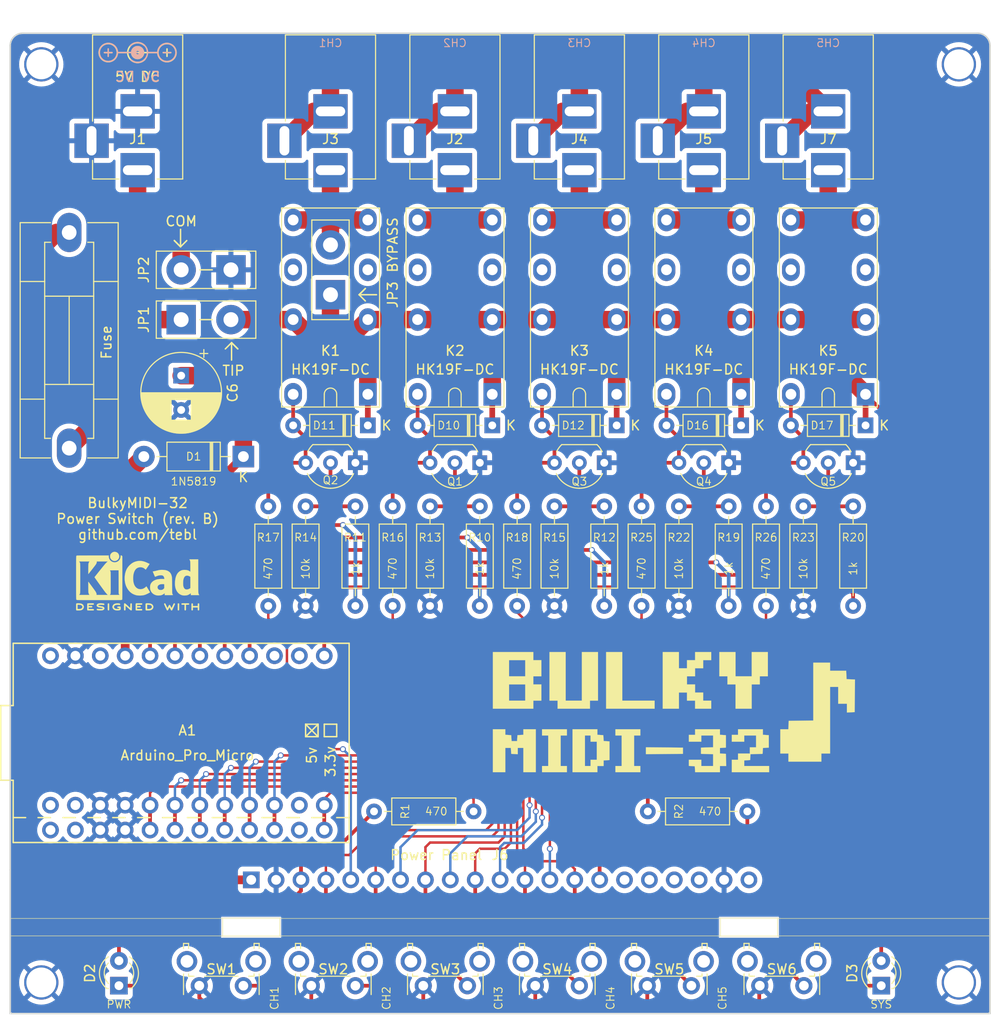
<source format=kicad_pcb>
(kicad_pcb (version 20240108) (generator "pcbnew") (generator_version "8.0")
  (layers (0 "F.Cu" signal) (31 "B.Cu" signal) (34 "B.Paste" user) (35 "F.Paste" user) (36 "B.SilkS" user "B.Silkscreen") (37 "F.SilkS" user "F.Silkscreen") (38 "B.Mask" user) (39 "F.Mask" user) (44 "Edge.Cuts" user))
  (net 0 "")
  (net 1 "GND")
  (net 2 "+5V")
  (net 5 "Net-(A1-D9)")
  (net 10 "/LED1")
  (net 11 "/LED2")
  (net 12 "/LED3")
  (net 13 "/LED4")
  (net 14 "/LED5")
  (net 18 "Net-(A1-D10)")
  (net 20 "Net-(D10-A)")
  (net 21 "Net-(D11-A)")
  (net 22 "Net-(D12-A)")
  (net 23 "VIN")
  (net 24 "PWR")
  (net 25 "/SW1")
  (net 26 "/SW2")
  (net 27 "/SW3")
  (net 28 "/SW4")
  (net 29 "/SW5")
  (net 30 "Net-(D16-A)")
  (net 31 "Net-(D17-A)")
  (net 32 "/SW6")
  (net 33 "Net-(K2-NO_1)")
  (net 34 "Net-(K3-NO_1)")
  (net 35 "/CH5")
  (net 36 "/CH4")
  (net 37 "/CH3")
  (net 38 "/CH2")
  (net 39 "/CH1")
  (net 40 "SYS")
  (net 41 "Net-(K4-NO_1)")
  (net 47 "Net-(K5-NO_1)")
  (net 58 "Net-(Q1-B)")
  (net 59 "Net-(Q2-B)")
  (net 60 "Net-(Q3-B)")
  (net 61 "Net-(Q4-B)")
  (net 62 "Net-(Q5-B)")
  (net 63 "DC_COM")
  (net 64 "DC_TIP")
  (net 65 "Net-(JP3-B)")
  (net 66 "Net-(D1-A)")
  (footprint "mounting:M3_pin" (layer "F.Cu") (at 73.355 151.435)
    (property "Reference" "M1" (hide yes))
    (property "Value" "Mounting" (hide yes))
  )
  (footprint "mounting:M3_pin" (layer "F.Cu") (at 167.005 57.785)
    (property "Reference" "M3" (hide yes))
    (property "Value" "Mounting" (hide yes))
  )
  (footprint "mounting:M3_pin" (layer "F.Cu") (at 73.355 57.785)
    (property "Reference" "M4" (hide yes))
    (property "Value" "Mounting" (hide yes))
  )
  (footprint "BulkyMIDI-32:PWR_Specification" (layer "F.Cu") (at 83.185 56.515)
    (property "Reference" "SYM1" (hide yes))
    (property "Value" "DC_5V")
  )
  (footprint "Symbols:KiCad-Logo2_6mm_SilkScreen" (layer "F.Cu") (at 83.185 110.49)
    (property "Reference" "REF***" (hide yes))
    (property "Value" "KiCad-Logo2_6mm_SilkScreen" (hide yes))
  )
  (footprint "mounting:M3_pin" (layer "F.Cu") (at 167.005 151.435)
    (property "Reference" "M2" (hide yes))
    (property "Value" "Mounting" (hide yes))
  )
  (footprint "Button_Switch_THT:SW_Tactile_SPST_Angled_PTS645Vx39-2LFS" (layer "F.Cu") (at 93.98 151.77 180)
    (property "Reference" "SW1")
    (property "Value" "CH1")
  )
  (footprint "Button_Switch_THT:SW_Tactile_SPST_Angled_PTS645Vx39-2LFS" (layer "F.Cu") (at 105.41 151.77 180)
    (property "Reference" "SW2")
    (property "Value" "CH2")
  )
  (footprint "Button_Switch_THT:SW_Tactile_SPST_Angled_PTS645Vx39-2LFS" (layer "F.Cu") (at 116.84 151.77 180)
    (property "Reference" "SW3")
    (property "Value" "CH3")
  )
  (footprint "Button_Switch_THT:SW_Tactile_SPST_Angled_PTS645Vx39-2LFS" (layer "F.Cu") (at 128.27 151.77 180)
    (property "Reference" "SW4")
    (property "Value" "CH4")
  )
  (footprint "Diode_THT:D_DO-35_SOD27_P7.62mm_Horizontal" (layer "F.Cu") (at 106.68 94.615 180)
    (property "Reference" "D11")
    (property "Value" "1N4148")
  )
  (footprint "Button_Switch_THT:SW_Tactile_SPST_Angled_PTS645Vx39-2LFS" (layer "F.Cu") (at 139.7 151.77 180)
    (property "Reference" "SW5")
    (property "Value" "CH5")
  )
  (footprint "Package_TO_SOT_THT:TO-92_Inline_Wide" (layer "F.Cu") (at 105.41 98.425 180)
    (property "Reference" "Q2")
    (property "Value" "2N3904")
  )
  (footprint "artwork:BulkyMIDI-32_8bit" (layer "F.Cu") (at 138.43 123.83)
    (property "Reference" "G***" (hide yes))
    (property "Value" "LOGO" (hide yes))
  )
  (footprint "resistor:R_Axial_DIN0207_L6.3mm_D2.5mm_P10.16mm_Horizontal" (layer "F.Cu") (at 105.41 102.87 -90)
    (property "Reference" "R11")
    (property "Value" "1k")
  )
  (footprint "resistor:R_Axial_DIN0207_L6.3mm_D2.5mm_P10.16mm_Horizontal" (layer "F.Cu") (at 100.33 113.03 90)
    (property "Reference" "R14")
    (property "Value" "10k")
  )
  (footprint "Diode_THT:D_DO-41_SOD81_P10.16mm_Horizontal" (layer "F.Cu") (at 93.98 97.795 180)
    (property "Reference" "D1")
    (property "Value" "1N5819")
  )
  (footprint "BulkyMIDI-32:BARREL_JACK" (layer "F.Cu") (at 102.87 68.58 -90)
    (property "Reference" "J3")
    (property "Value" "CH1")
  )
  (footprint "HK19F-DC:HK19F-DC" (layer "F.Cu") (at 106.68 91.44 90)
    (property "Reference" "K1")
    (property "Value" "HK19F-DC")
  )
  (footprint "resistor:R_Axial_DIN0207_L6.3mm_D2.5mm_P10.16mm_Horizontal" (layer "F.Cu") (at 96.52 102.87 -90)
    (property "Reference" "R17")
    (property "Value" "470")
  )
  (footprint "Capacitor_THT:CP_Radial_D8.0mm_P3.50mm" (layer "F.Cu") (at 87.63 89.54 -90)
    (property "Reference" "C6")
    (property "Value" "470uF")
  )
  (footprint "Diode_THT:D_DO-35_SOD27_P7.62mm_Horizontal" (layer "F.Cu") (at 119.38 94.615 180)
    (property "Reference" "D10")
    (property "Value" "1N4148")
  )
  (footprint "Diode_THT:D_DO-35_SOD27_P7.62mm_Horizontal" (layer "F.Cu") (at 132.08 94.615 180)
    (property "Reference" "D12")
    (property "Value" "1N4148")
  )
  (footprint "Diode_THT:D_DO-35_SOD27_P7.62mm_Horizontal" (layer "F.Cu") (at 144.78 94.615 180)
    (property "Reference" "D16")
    (property "Value" "1N4148")
  )
  (footprint "Diode_THT:D_DO-35_SOD27_P7.62mm_Horizontal" (layer "F.Cu") (at 157.48 94.615 180)
    (property "Reference" "D17")
    (property "Value" "1N4148")
  )
  (footprint "HK19F-DC:HK19F-DC" (layer "F.Cu") (at 119.38 91.44 90)
    (property "Reference" "K2")
    (property "Value" "HK19F-DC")
  )
  (footprint "HK19F-DC:HK19F-DC" (layer "F.Cu") (at 132.08 91.44 90)
    (property "Reference" "K3")
    (property "Value" "HK19F-DC")
  )
  (footprint "HK19F-DC:HK19F-DC" (layer "F.Cu") (at 144.78 91.44 90)
    (property "Reference" "K4")
    (property "Value" "HK19F-DC")
  )
  (footprint "HK19F-DC:HK19F-DC" (layer "F.Cu") (at 157.48 91.44 90)
    (property "Reference" "K5")
    (property "Value" "HK19F-DC")
  )
  (footprint "Package_TO_SOT_THT:TO-92_Inline_Wide" (layer "F.Cu") (at 118.11 98.425 180)
    (property "Reference" "Q1")
    (property "Value" "2N3904")
  )
  (footprint "Package_TO_SOT_THT:TO-92_Inline_Wide" (layer "F.Cu") (at 130.81 98.425 180)
    (property "Reference" "Q3")
    (property "Value" "2N3904")
  )
  (footprint "Package_TO_SOT_THT:TO-92_Inline_Wide" (layer "F.Cu") (at 143.51 98.425 180)
    (property "Reference" "Q4")
    (property "Value" "2N3904")
  )
  (footprint "Package_TO_SOT_THT:TO-92_Inline_Wide" (layer "F.Cu") (at 156.21 98.425 180)
    (property "Reference" "Q5")
    (property "Value" "2N3904")
  )
  (footprint "resistor:R_Axial_DIN0207_L6.3mm_D2.5mm_P10.16mm_Horizontal" (layer "F.Cu") (at 118.11 102.87 -90)
    (property "Reference" "R10")
    (property "Value" "1k")
  )
  (footprint "resistor:R_Axial_DIN0207_L6.3mm_D2.5mm_P10.16mm_Horizontal" (layer "F.Cu") (at 130.81 102.87 -90)
    (property "Reference" "R12")
    (property "Value" "1k")
  )
  (footprint "resistor:R_Axial_DIN0207_L6.3mm_D2.5mm_P10.16mm_Horizontal" (layer "F.Cu") (at 113.03 113.03 90)
    (property "Reference" "R13")
    (property "Value" "10k")
  )
  (footprint "resistor:R_Axial_DIN0207_L6.3mm_D2.5mm_P10.16mm_Horizontal" (layer "F.Cu") (at 125.73 113.03 90)
    (property "Reference" "R15")
    (property "Value" "10k")
  )
  (footprint "resistor:R_Axial_DIN0207_L6.3mm_D2.5mm_P10.16mm_Horizontal" (layer "F.Cu") (at 109.22 102.87 -90)
    (property "Reference" "R16")
    (property "Value" "470")
  )
  (footprint "resistor:R_Axial_DIN0207_L6.3mm_D2.5mm_P10.16mm_Horizontal" (layer "F.Cu") (at 121.92 102.87 -90)
    (property "Reference" "R18")
    (property "Value" "470")
  )
  (footprint "resistor:R_Axial_DIN0207_L6.3mm_D2.5mm_P10.16mm_Horizontal" (layer "F.Cu") (at 143.51 102.87 -90)
    (property "Reference" "R19")
    (property "Value" "1k")
  )
  (footprint "resistor:R_Axial_DIN0207_L6.3mm_D2.5mm_P10.16mm_Horizontal" (layer "F.Cu") (at 156.21 102.87 -90)
    (property "Reference" "R20")
    (property "Value" "1k")
  )
  (footprint "resistor:R_Axial_DIN0207_L6.3mm_D2.5mm_P10.16mm_Horizontal" (layer "F.Cu") (at 138.43 113.03 90)
    (property "Reference" "R22")
    (property "Value" "10k")
  )
  (footprint "resistor:R_Axial_DIN0207_L6.3mm_D2.5mm_P10.16mm_Horizontal" (layer "F.Cu") (at 151.13 113.03 90)
    (property "Reference" "R23")
    (property "Value" "10k")
  )
  (footprint "resistor:R_Axial_DIN0207_L6.3mm_D2.5mm_P10.16mm_Horizontal" (layer "F.Cu") (at 134.62 102.87 -90)
    (property "Reference" "R25")
    (property "Value" "470")
  )
  (footprint "resistor:R_Axial_DIN0207_L6.3mm_D2.5mm_P10.16mm_Horizontal" (layer "F.Cu") (at 147.32 102.87 -90)
    (property "Reference" "R26")
    (property "Value" "470")
  )
  (footprint "BulkyMIDI-32:BARREL_JACK" (layer "F.Cu") (at 83.185 68.58 -90)
    (property "Reference" "J1")
    (property "Value" "DC IN")
  )
  (footprint "BulkyMIDI-32:BARREL_JACK" (layer "F.Cu") (at 115.57 68.58 -90)
    (property "Reference" "J2")
    (property "Value" "CH2")
  )
  (footprint "BulkyMIDI-32:BARREL_JACK" (layer "F.Cu") (at 128.27 68.58 -90)
    (property "Reference" "J4")
    (property "Value" "CH3")
  )
  (footprint "BulkyMIDI-32:BARREL_JACK" (layer "F.Cu") (at 140.97 68.58 -90)
    (property "Reference" "J5")
    (property "Value" "CH4")
  )
  (footprint "BulkyMIDI-32:BARREL_JACK" (layer "F.Cu") (at 153.67 68.58 -90)
    (property "Reference" "J7")
    (property "Value" "CH5")
  )
  (footprint "LED_THT:LED_D3.0mm" (layer "F.Cu") (at 81.28 151.765 90)
    (property "Reference" "D2")
    (property "Value" "PWR")
  )
  (footprint "resistor:R_Axial_DIN0207_L6.3mm_D2.5mm_P10.16mm_Horizontal" (layer "F.Cu") (at 107.315 133.99)
    (property "Reference" "R1")
    (property "Value" "470")
  )
  (footprint "arduino_pro_micro:Arduino_Pro_Micro" (layer "F.Cu") (at 88.265 127 90)
    (property "Reference" "A1")
    (property "Value" "Arduino_Pro_Micro")
  )
  (footprint "LED_THT:LED_D3.0mm" (layer "F.Cu") (at 159.08 151.765 90)
    (property "Reference" "D3")
    (property "Value" "SYS")
  )
  (footprint "resistor:R_Axial_DIN0207_L6.3mm_D2.5mm_P10.16mm_Horizontal" (layer "F.Cu") (at 145.415 133.99 180)
    (property "Reference" "R2")
    (property "Value" "470")
  )
  (footprint "Button_Switch_THT:SW_Tactile_SPST_Angled_PTS645Vx39-2LFS" (layer "F.Cu") (at 151.185 151.765 180)
    (property "Reference" "SW6")
    (property "Value" "SYS")
  )
  (footprint "BulkyMIDI-32:Power_Panel" (layer "F.Cu") (at 120.18 140.97)
    (property "Reference" "J6")
    (property "Value" "Power Panel")
  )
  (footprint "BulkyMIDI-32:Fuseholder5x20_horiz_SemiClosed_Casing10x25mm" (layer "F.Cu") (at 76.2 96.935 90)
    (property "Reference" "F1" (hide yes))
    (property "Value" "Fuse")
  )
  (footprint "wire_pads:WireLink" (layer "F.Cu") (at 87.63 83.825)
    (property "Reference" "JP1")
    (property "Value" "TIP")
  )
  (footprint "wire_pads:WireLink" (layer "F.Cu") (at 92.71 78.745 180)
    (property "Reference" "JP2")
    (property "Value" "COM")
  )
  (footprint "wire_pads:WireLink" (layer "F.Cu") (at 102.87 81.285 90)
    (property "Reference" "JP3")
    (property "Value" "BYPASS")
  )
  (gr_line (start 106.426 80.65) (end 105.791 81.285) (stroke (width 0.15)) (layer "F.SilkS"))
  (gr_line (start 86.9315 75.7605) (end 87.5665 76.3955) (stroke (width 0.15)) (layer "F.SilkS"))
  (gr_line (start 105.791 81.285) (end 106.426 81.92) (stroke (width 0.15)) (layer "F.SilkS"))
  (gr_line (start 92.7735 86.1745) (end 93.4085 86.8095) (stroke (width 0.15)) (layer "F.SilkS"))
  (gr_line (start 100.33 126.365) (end 101.6 125.1) (stroke (width 0.15)) (layer "F.SilkS"))
  (gr_line (start 87.5665 74.6175) (end 87.5665 76.3955) (stroke (width 0.15)) (layer "F.SilkS"))
  (gr_line (start 101.6 126.365) (end 100.33 125.1) (stroke (width 0.15)) (layer "F.SilkS"))
  (gr_line (start 89.535 83.825) (end 90.805 83.825) (stroke (width 0.15)) (layer "F.SilkS"))
  (gr_line (start 107.569 81.285) (end 105.791 81.285) (stroke (width 0.15)) (layer "F.SilkS"))
  (gr_line (start 93.4085 86.8095) (end 92.7735 86.1745) (stroke (width 0.15)) (layer "F.SilkS"))
  (gr_line (start 92.7735 87.9525) (end 92.7735 86.1745) (stroke (width 0.15)) (layer "F.SilkS"))
  (gr_line (start 87.5665 76.3955) (end 86.9315 75.7605) (stroke (width 0.15)) (layer "F.SilkS"))
  (gr_line (start 105.791 81.285) (end 106.426 80.65) (stroke (width 0.15)) (layer "F.SilkS"))
  (gr_line (start 87.5665 76.3955) (end 88.2015 75.7605) (stroke (width 0.15)) (layer "F.SilkS"))
  (gr_line (start 101.6 125.1) (end 101.6 126.365) (stroke (width 0.15)) (layer "F.SilkS"))
  (gr_line (start 92.7735 86.1745) (end 92.1385 86.8095) (stroke (width 0.15)) (layer "F.SilkS"))
  (gr_line (start 89.535 78.745) (end 90.805 78.745) (stroke (width 0.15)) (layer "F.SilkS"))
  (gr_line (start 70.18 139.954) (end 70.18 123.11) (stroke (width 0.15)) (layer "Edge.Cuts"))
  (gr_line (start 70.18 139.954) (end 70.18 154.61) (stroke (width 0.15)) (layer "Edge.Cuts"))
  (gr_line (start 70.18 55.88) (end 70.18 123.11) (stroke (width 0.15)) (layer "Edge.Cuts"))
  (gr_line (start 170.18 78.74) (end 170.18 55.88) (stroke (width 0.15)) (layer "Edge.Cuts"))
  (gr_line (start 78.232 154.61) (end 170.18 154.61) (stroke (width 0.15)) (layer "Edge.Cuts"))
  (gr_line (start 121.412 54.61) (end 168.91 54.61) (stroke (width 0.15)) (layer "Edge.Cuts"))
  (gr_line (start 148.575 146.808) (end 142.575 146.808) (stroke (width 0.05)) (layer "Edge.Cuts"))
  (gr_line (start 91.775 144.803) (end 97.775 144.803) (stroke (width 0.05)) (layer "Edge.Cuts"))
  (gr_line (start 142.575 146.808) (end 142.575 144.803) (stroke (width 0.05)) (layer "Edge.Cuts"))
  (gr_line (start 91.775 146.808) (end 91.775 144.803) (stroke (width 0.05)) (layer "Edge.Cuts"))
  (gr_line (start 142.575 144.803) (end 148.575 144.803) (stroke (width 0.05)) (layer "Edge.Cuts"))
  (gr_line (start 97.775 146.808) (end 91.775 146.808) (stroke (width 0.05)) (layer "Edge.Cuts"))
  (gr_line (start 148.575 144.803) (end 148.575 146.808) (stroke (width 0.05)) (layer "Edge.Cuts"))
  (gr_line (start 97.775 144.803) (end 97.775 146.808) (stroke (width 0.05)) (layer "Edge.Cuts"))
  (gr_line (start 70.18 154.61) (end 78.232 154.61) (stroke (width 0.15)) (layer "Edge.Cuts"))
  (gr_arc (start 70.18 55.88) (mid 70.551974 54.981974) (end 71.45 54.61) (stroke (width 0.15)) (layer "Edge.Cuts"))
  (gr_line (start 89.408 54.61) (end 71.45 54.61) (stroke (width 0.15)) (layer "Edge.Cuts"))
  (gr_line (start 89.408 54.61) (end 121.412 54.61) (stroke (width 0.15)) (layer "Edge.Cuts"))
  (gr_arc (start 168.91 54.61) (mid 169.808026 54.981974) (end 170.18 55.88) (stroke (width 0.15)) (layer "Edge.Cuts"))
  (gr_line (start 170.18 154.61) (end 170.18 78.74) (stroke (width 0.15)) (layer "Edge.Cuts"))
  (gr_text "5V DC" (at 83.185 59.055 0) (layer "B.SilkS") (effects (font (size 1 1)) (justify mirror)))
  (gr_text "CH1" (at 102.87 55.614699 0) (layer "B.SilkS") (effects (font (size 0.8 0.8) (thickness 0.1)) (justify mirror)))
  (gr_text "CH2" (at 115.57 55.614699 0) (layer "B.SilkS") (effects (font (size 0.8 0.8) (thickness 0.1)) (justify mirror)))
  (gr_text "CH3" (at 128.27 55.614699 0) (layer "B.SilkS") (effects (font (size 0.8 0.8) (thickness 0.1)) (justify mirror)))
  (gr_text "CH5" (at 153.67 55.614699 0) (layer "B.SilkS") (effects (font (size 0.8 0.8) (thickness 0.1)) (justify mirror)))
  (gr_text "CH4" (at 140.97 55.614699 0) (layer "B.SilkS") (effects (font (size 0.8 0.8) (thickness 0.1)) (justify mirror)))
  (gr_text "BulkyMIDI-32\nPower Switch (rev. B)\ngithub.com/tebl" (at 83.185 104.145 0) (layer "F.SilkS") (effects (font (size 1 1))))
  (gr_text "5V DC" (at 83.185 59.055 0) (layer "F.SilkS") (effects (font (size 1 1))))
  (segment (start 100.91 153.615) (end 100.965 153.67) (width 0.381) (layer "F.Cu") (net 1))
  (segment (start 100.91 151.77) (end 100.91 153.615) (width 0.381) (layer "F.Cu") (net 1))
  (segment (start 89.48 152.98) (end 90.17 153.67) (width 0.381) (layer "F.Cu") (net 1))
  (segment (start 100.965 153.67) (end 112.395 153.67) (width 0.381) (layer "F.Cu") (net 1))
  (segment (start 123.77 153.615) (end 123.825 153.67) (width 0.381) (layer "F.Cu") (net 1))
  (segment (start 135.2 151.77) (end 135.2 153.615) (width 0.381) (layer "F.Cu") (net 1))
  (segment (start 135.255 153.67) (end 146.685 153.67) (width 0.381) (layer "F.Cu") (net 1))
  (segment (start 135.2 153.615) (end 135.255 153.67) (width 0.381) (layer "F.Cu") (net 1))
  (segment (start 89.48 151.77) (end 89.48 152.98) (width 0.381) (layer "F.Cu") (net 1))
  (segment (start 146.63 151.77) (end 146.63 153.615) (width 0.381) (layer "F.Cu") (net 1))
  (segment (start 146.63 153.615) (end 146.685 153.67) (width 0.381) (layer "F.Cu") (net 1))
  (segment (start 123.77 151.77) (end 123.77 153.615) (width 0.381) (layer "F.Cu") (net 1))
  (segment (start 112.34 153.615) (end 112.395 153.67) (width 0.381) (layer "F.Cu") (net 1))
  (segment (start 112.395 153.67) (end 123.825 153.67) (width 0.381) (layer "F.Cu") (net 1))
  (segment (start 90.17 153.67) (end 100.965 153.67) (width 0.381) (layer "F.Cu") (net 1))
  (segment (start 123.825 153.67) (end 135.255 153.67) (width 0.381) (layer "F.Cu") (net 1))
  (segment (start 112.34 151.77) (end 112.34 153.615) (width 0.381) (layer "F.Cu") (net 1))
  (segment (start 131.44 88.27) (end 144.78 88.27) (width 1.78) (layer "F.Cu") (net 2))
  (segment (start 92.075 103.8275) (end 81.92 113.9825) (width 0.89) (layer "F.Cu") (net 2))
  (segment (start 157.48 94.615) (end 157.48 91.44) (width 0.581) (layer "F.Cu") (net 2))
  (segment (start 95.25 88.27) (end 106.68 88.27) (width 1.78) (layer "F.Cu") (net 2))
  (segment (start 106.68 88.27) (end 119.38 88.27) (width 1.78) (layer "F.Cu") (net 2))
  (segment (start 87.63 89.54) (end 93.98 89.54) (width 1.78) (layer "F.Cu") (net 2))
  (segment (start 132.08 88.27) (end 132.08 91.44) (width 1.78) (layer "F.Cu") (net 2))
  (segment (start 144.78 88.27) (end 154.31 88.27) (width 1.78) (layer "F.Cu") (net 2))
  (segment (start 132.08 94.615) (end 132.08 91.44) (width 0.581) (layer "F.Cu") (net 2))
  (segment (start 106.68 91.44) (end 106.68 88.27) (width 1.78) (layer "F.Cu") (net 2))
  (segment (start 159.08 93.04) (end 157.48 91.44) (width 0.381) (layer "F.Cu") (net 2))
  (segment (start 159.08 149.225) (end 159.08 93.04) (width 0.381) (layer "F.Cu") (net 2))
  (segment (start 81.28 149.225) (end 81.28 140.975) (width 0.381) (layer "F.Cu") (net 2))
  (segment (start 81.28 140.975) (end 81.275 140.97) (width 0.381) (layer "F.Cu") (net 2))
  (segment (start 144.78 94.615) (end 144.78 91.44) (width 0.581) (layer "F.Cu") (net 2))
  (segment (start 106.68 94.615) (end 106.68 91.44) (width 0.581) (layer "F.Cu") (net 2))
  (segment (start 81.915 118.11) (end 81.915 114.94) (width 0.89) (layer "F.Cu") (net 2))
  (segment (start 71.755 139.705) (end 71.755 116.84) (width 0.89) (layer "F.Cu") (net 2))
  (segment (start 93.98 97.795) (end 93.98 89.54) (width 1.78) (layer "F.Cu") (net 2))
  (segment (start 131.44 88.27) (end 132.08 88.27) (width 1.78) (layer "F.Cu") (net 2))
  (segment (start 94.78 140.97) (end 81.275 140.97) (width 0.89) (layer "F.Cu") (net 2))
  (segment (start 81.915 114.94) (end 81.92 114.935) (width 0.89) (layer "F.Cu") (net 2))
  (segment (start 73.02 140.97) (end 71.755 139.705) (width 0.89) (layer "F.Cu") (net 2))
  (segment (start 71.755 116.84) (end 74.6125 113.9825) (width 0.89) (layer "F.Cu") (net 2))
  (segment (start 119.38 91.44) (end 119.38 94.615) (width 0.581) (layer "F.Cu") (net 2))
  (segment (start 119.38 88.27) (end 131.44 88.27) (width 1.78) (layer "F.Cu") (net 2))
  (segment (start 73.02 140.97) (end 81.275 140.97) (width 0.89) (layer "F.Cu") (net 2))
  (segment (start 154.31 88.27) (end 157.48 91.44) (width 1.78) (layer "F.Cu") (net 2))
  (segment (start 81.92 113.9825) (end 74.6125 113.9825) (width 0.89) (layer "F.Cu") (net 2))
  (segment (start 93.98 89.54) (end 95.25 88.27) (width 1.78) (layer "F.Cu") (net 2))
  (segment (start 119.38 91.44) (end 119.38 88.27) (width 1.78) (layer "F.Cu") (net 2))
  (segment (start 81.92 113.9825) (end 81.92 114.935) (width 0.89) (layer "F.Cu") (net 2))
  (segment (start 144.78 88.27) (end 144.78 91.44) (width 1.78) (layer "F.Cu") (net 2))
  (segment (start 92.075 99.7) (end 92.075 103.8275) (width 0.89) (layer "F.Cu") (net 2))
  (segment (start 93.98 97.795) (end 92.075 99.7) (width 0.89) (layer "F.Cu") (net 2))
  (segment (start 102.235 133.35) (end 102.235 135.89) (width 0.381) (layer "F.Cu") (net 5))
  (segment (start 102.87 132.085) (end 116.84 132.085) (width 0.25) (layer "F.Cu") (net 5))
  (segment (start 117.475 132.72) (end 116.84 132.085) (width 0.25) (layer "F.Cu") (net 5))
  (segment (start 117.475 133.99) (end 117.475 132.72) (width 0.25) (layer "F.Cu") (net 5))
  (segment (start 102.235 132.72) (end 102.87 132.085) (width 0.25) (layer "F.Cu") (net 5))
  (segment (start 96.52 114.305) (end 98.425 116.21) (width 0.25) (layer "F.Cu") (net 10))
  (segment (start 96.52 113.03) (end 96.52 114.305) (width 0.25) (layer "F.Cu") (net 10))
  (segment (start 98.425 127.005) (end 99.06 127.64) (width 0.25) (layer "F.Cu") (net 10))
  (segment (start 99.06 127.64) (end 104.14 127.64) (width 0.25) (layer "F.Cu") (net 10))
  (segment (start 98.425 116.21) (end 98.425 127.005) (width 0.25) (layer "F.Cu") (net 10))
  (via (at 104.14 127.64) (size 0.6) (drill 0.4) (layers "F.Cu" "B.Cu") (net 10))
  (segment (start 104.14 127.64) (end 104.94 128.44) (width 0.25) (layer "B.Cu") (net 10))
  (segment (start 104.94 140.97) (end 104.94 128.44) (width 0.25) (layer "B.Cu") (net 10))
  (segment (start 109.855 114.94) (end 109.22 114.305) (width 0.25) (layer "F.Cu") (net 11))
  (segment (start 109.22 114.305) (end 109.22 113.03) (width 0.25) (layer "F.Cu") (net 11))
  (segment (start 123.19 116.21) (end 121.92 114.94) (width 0.25) (layer "F.Cu") (net 11))
  (segment (start 121.92 114.94) (end 109.855 114.94) (width 0.25) (layer "F.Cu") (net 11))
  (segment (start 123.19 133.355) (end 123.19 116.21) (width 0.25) (layer "F.Cu") (net 11))
  (via (at 123.19 133.355) (size 0.6) (drill 0.4) (layers "F.Cu" "B.Cu") (net 11))
  (segment (start 110.02 140.97) (end 110.02 137.635) (width 0.25) (layer "B.Cu") (net 11))
  (segment (start 110.02 137.635) (end 111.76 135.895) (width 0.25) (layer "B.Cu") (net 11))
  (segment (start 123.19 134.625) (end 123.19 133.355) (width 0.25) (layer "B.Cu") (net 11))
  (segment (start 111.76 135.895) (end 121.92 135.895) (width 0.25) (layer "B.Cu") (net 11))
  (segment (start 121.92 135.895) (end 123.19 134.625) (width 0.25) (layer "B.Cu") (net 11))
  (segment (start 121.92 113.67) (end 123.825 115.575) (width 0.25) (layer "F.Cu") (net 12))
  (segment (start 123.825 115.575) (end 123.825 133.99) (width 0.25) (layer "F.Cu") (net 12))
  (via (at 123.825 133.99) (size 0.6) (drill 0.4) (layers "F.Cu" "B.Cu") (net 12))
  (segment (start 115.1 140.97) (end 115.1 138.27) (width 0.25) (layer "B.Cu") (net 12))
  (segment (start 122.344264 136.53) (end 123.825 135.049264) (width 0.25) (layer "B.Cu") (net 12))
  (segment (start 115.1 138.27) (end 116.84 136.53) (width 0.25) (layer "B.Cu") (net 12))
  (segment (start 116.84 136.53) (end 122.344264 136.53) (width 0.25) (layer "B.Cu") (net 12))
  (segment (start 123.825 135.049264) (end 123.825 133.99) (width 0.25) (layer "B.Cu") (net 12))
  (segment (start 133.985 114.94) (end 134.62 114.305) (width 0.25) (layer "F.Cu") (net 13))
  (segment (start 134.62 113.03) (end 134.62 114.305) (width 0.25) (layer "F.Cu") (net 13))
  (segment (start 125.095 114.94) (end 133.985 114.94) (width 0.25) (layer "F.Cu") (net 13))
  (segment (start 124.46 115.575) (end 125.095 114.94) (width 0.25) (layer "F.Cu") (net 13))
  (segment (start 124.46 134.625) (end 124.46 115.575) (width 0.25) (layer "F.Cu") (net 13))
  (via (at 124.46 134.625) (size 0.6) (drill 0.4) (layers "F.Cu" "B.Cu") (net 13))
  (segment (start 120.61 137.205) (end 122.595 137.205) (width 0.25) (layer "B.Cu") (net 13))
  (segment (start 124.46 135.34) (end 124.46 134.625) (width 0.25) (layer "B.Cu") (net 13))
  (segment (start 120.18 140.97) (end 120.18 137.635) (width 0.25) (layer "B.Cu") (net 13))
  (segment (start 120.18 137.635) (end 120.61 137.205) (width 0.25) (layer "B.Cu") (net 13))
  (segment (start 122.595 137.205) (end 124.46 135.34) (width 0.25) (layer "B.Cu") (net 13))
  (segment (start 125.26 137.8) (end 125.26 116.045) (width 0.25) (layer "F.Cu") (net 14))
  (segment (start 125.26 116.045) (end 125.73 115.575) (width 0.25) (layer "F.Cu") (net 14))
  (segment (start 125.73 115.575) (end 146.685 115.575) (width 0.25) (layer "F.Cu") (net 14))
  (segment (start 146.685 115.575) (end 147.32 114.94) (width 0.25) (layer "F.Cu") (net 14))
  (segment (start 147.32 113.03) (end 147.32 114.94) (width 0.25) (layer "F.Cu") (net 14))
  (via (at 125.26 137.8) (size 0.6) (drill 0.4) (layers "F.Cu" "B.Cu") (net 14))
  (segment (start 125.26 140.97) (end 125.26 137.8) (width 0.25) (layer "B.Cu") (net 14))
  (segment (start 148.59 111.13) (end 102.87 111.13) (width 0.381) (layer "F.Cu") (net 18))
  (segment (start 102.235 111.765) (end 102.235 118.11) (width 0.381) (layer "F.Cu") (net 18))
  (segment (start 147.955 116.21) (end 149.225 114.94) (width 0.381) (layer "F.Cu") (net 18))
  (segment (start 136.525 116.21) (end 147.955 116.21) (width 0.381) (layer "F.Cu") (net 18))
  (segment (start 135.255 117.48) (end 136.525 116.21) (width 0.381) (layer "F.Cu") (net 18))
  (segment (start 102.87 111.13) (end 102.235 111.765) (width 0.381) (layer "F.Cu") (net 18))
  (segment (start 149.225 114.94) (end 149.225 111.765) (width 0.381) (layer "F.Cu") (net 18))
  (segment (start 135.255 133.99) (end 135.255 117.48) (width 0.381) (layer "F.Cu") (net 18))
  (segment (start 149.225 111.765) (end 148.59 111.13) (width 0.381) (layer "F.Cu") (net 18))
  (segment (start 113.03 95.885) (end 111.76 94.615) (width 0.381) (layer "F.Cu") (net 20))
  (segment (start 113.03 98.425) (end 113.03 95.885) (width 0.381) (layer "F.Cu") (net 20))
  (segment (start 110.49 98.425) (end 109.22 99.695) (width 0.381) (layer "F.Cu") (net 20))
  (segment (start 113.03 98.425) (end 110.49 98.425) (width 0.381) (layer "F.Cu") (net 20))
  (segment (start 109.22 99.695) (end 109.22 102.87) (width 0.381) (layer "F.Cu") (net 20))
  (segment (start 111.76 91.44) (end 111.76 94.615) (width 0.381) (layer "F.Cu") (net 20))
  (segment (start 100.33 95.885) (end 99.06 94.615) (width 0.381) (layer "F.Cu") (net 21))
  (segment (start 100.33 98.425) (end 100.33 95.885) (width 0.381) (layer "F.Cu") (net 21))
  (segment (start 99.06 94.615) (end 99.06 91.44) (width 0.381) (layer "F.Cu") (net 21))
  (segment (start 96.52 99.695) (end 96.52 102.87) (width 0.381) (layer "F.Cu") (net 21))
  (segment (start 100.33 98.425) (end 97.79 98.425) (width 0.381) (layer "F.Cu") (net 21))
  (segment (start 97.79 98.425) (end 96.52 99.695) (width 0.381) (layer "F.Cu") (net 21))
  (segment (start 125.73 98.425) (end 125.73 95.885) (width 0.381) (layer "F.Cu") (net 22))
  (segment (start 123.19 98.425) (end 121.92 99.695) (width 0.381) (layer "F.Cu") (net 22))
  (segment (start 125.73 95.885) (end 124.46 94.615) (width 0.381) (layer "F.Cu") (net 22))
  (segment (start 121.92 99.695) (end 121.92 102.87) (width 0.381) (layer "F.Cu") (net 22))
  (segment (start 125.73 98.425) (end 123.19 98.425) (width 0.381) (layer "F.Cu") (net 22))
  (segment (start 124.46 94.615) (end 124.46 91.44) (width 0.381) (layer "F.Cu") (net 22))
  (segment (start 83.185 89.95) (end 83.185 83.825) (width 1.78) (layer "F.Cu") (net 23))
  (segment (start 76.2 96.935) (end 83.185 89.95) (width 1.78) (layer "F.Cu") (net 23))
  (segment (start 83.185 68.58) (end 83.185 83.825) (width 1.78) (layer "F.Cu") (net 23))
  (segment (start 87.63 83.825) (end 83.185 83.825) (width 1.78) (layer "F.Cu") (net 23))
  (segment (start 103.505 137.8) (end 107.315 133.99) (width 0.381) (layer "F.Cu") (net 24))
  (segment (start 83.19 151.765) (end 81.28 151.765) (width 0.381) (layer "F.Cu") (net 24))
  (segment (start 84.46 142.875) (end 83.82 143.515) (width 0.381) (layer "F.Cu") (net 24))
  (segment (start 99.86 138.905) (end 100.965 137.8) (width 0.381) (layer "F.Cu") (net 24))
  (segment (start 83.82 143.515) (end 83.82 151.135) (width 0.381) (layer "F.Cu") (net 24))
  (segment (start 99.86 142.08) (end 99.065 142.875) (width 0.381) (layer "F.Cu") (net 24))
  (segment (start 99.86 140.97) (end 99.86 138.905) (width 0.381) (layer "F.Cu") (net 24))
  (segment (start 99.065 142.875) (end 84.46 142.875) (width 0.381) (layer "F.Cu") (net 24))
  (segment (start 100.965 137.8) (end 103.505 137.8) (width 0.381) (layer "F.Cu") (net 24))
  (segment (start 83.82 151.135) (end 83.19 151.765) (width 0.381) (layer "F.Cu") (net 24))
  (segment (start 99.86 140.97) (end 99.86 142.08) (width 0.381) (layer "F.Cu") (net 24))
  (segment (start 118.745 131.45) (end 119.38 132.085) (width 0.25) (layer "F.Cu") (net 25))
  (segment (start 95.885 151.77) (end 97.155 150.5) (width 0.381) (layer "F.Cu") (net 25))
  (segment (start 104.775 138.435) (end 102.87 138.435) (width 0.25) (layer "F.Cu") (net 25))
  (segment (start 102.87 138.435) (end 102.4 138.905) (width 0.25) (layer "F.Cu") (net 25))
  (segment (start 93.98 151.77) (end 95.885 151.77) (width 0.381) (layer "F.Cu") (net 25))
  (segment (start 84.455 133.35) (end 84.455 135.89) (width 0.381) (layer "F.Cu") (net 25))
  (segment (start 85.09 131.45) (end 118.745 131.45) (width 0.25) (layer "F.Cu") (net 25))
  (segment (start 97.155 148.595) (end 102.4 143.35) (width 0.381) (layer "F.Cu") (net 25))
  (segment (start 84.455 133.35) (end 84.455 132.085) (width 0.25) (layer "F.Cu") (net 25))
  (segment (start 119.38 135.26) (end 118.745 135.895) (width 0.25) (layer "F.Cu") (net 25))
  (segment (start 102.4 143.35) (end 102.4 140.97) (width 0.381) (layer "F.Cu") (net 25))
  (segment (start 84.455 132.085) (end 85.09 131.45) (width 0.25) (layer "F.Cu") (net 25))
  (segment (start 119.38 132.085) (end 119.38 135.26) (width 0.25) (layer "F.Cu") (net 25))
  (segment (start 118.745 135.895) (end 107.315 135.895) (width 0.25) (layer "F.Cu") (net 25))
  (segment (start 107.315 135.895) (end 104.775 138.435) (width 0.25) (layer "F.Cu") (net 25))
  (segment (start 97.155 150.5) (end 97.155 148.595) (width 0.381) (layer "F.Cu") (net 25))
  (segment (start 102.4 138.905) (end 102.4 140.97) (width 0.25) (layer "F.Cu") (net 25))
  (segment (start 120.015 131.45) (end 120.015 135.895) (width 0.25) (layer "F.Cu") (net 26))
  (segment (start 119.38 130.815) (end 87.63 130.815) (width 0.25) (layer "F.Cu") (net 26))
  (segment (start 120.015 135.895) (end 119.38 136.53) (width 0.25) (layer "F.Cu") (net 26))
  (segment (start 107.95 151.77) (end 108.585 151.135) (width 0.381) (layer "F.Cu") (net 26))
  (segment (start 107.95 136.53) (end 119.38 136.53) (width 0.25) (layer "F.Cu") (net 26))
  (segment (start 107.48 137) (end 107.95 136.53) (width 0.25) (layer "F.Cu") (net 26))
  (segment (start 107.48 146.69625) (end 107.48 140.97) (width 0.381) (layer "F.Cu") (net 26))
  (segment (start 119.38 130.815) (end 120.015 131.45) (width 0.25) (layer "F.Cu") (net 26))
  (segment (start 107.48 140.97) (end 107.48 137) (width 0.25) (layer "F.Cu") (net 26))
  (segment (start 86.995 133.35) (end 86.995 135.89) (width 0.381) (layer "F.Cu") (net 26))
  (segment (start 108.585 147.80125) (end 107.48 146.69625) (width 0.381) (layer "F.Cu") (net 26))
  (segment (start 105.41 151.77) (end 107.95 151.77) (width 0.381) (layer "F.Cu") (net 26))
  (segment (start 108.585 151.135) (end 108.585 147.80125) (width 0.381) (layer "F.Cu") (net 26))
  (via (at 87.63 130.815) (size 0.6) (drill 0.4) (layers "F.Cu" "B.Cu") (net 26))
  (segment (start 86.995 131.45) (end 86.995 133.35) (width 0.25) (layer "B.Cu") (net 26))
  (segment (start 87.63 130.815) (end 86.995 131.45) (width 0.25) (layer "B.Cu") (net 26))
  (segment (start 116.84 151.77) (end 112.56 147.49) (width 0.381) (layer "F.Cu") (net 27))
  (segment (start 112.56 137.635) (end 113.03 137.165) (width 0.25) (layer "F.Cu") (net 27))
  (segment (start 120.015 130.18) (end 90.17 130.18) (width 0.25) (layer "F.Cu") (net 27))
  (segment (start 120.015 130.18) (end 120.65 130.815) (width 0.25) (layer "F.Cu") (net 27))
  (segment (start 112.56 140.97) (end 112.56 137.635) (width 0.25) (layer "F.Cu") (net 27))
  (segment (start 112.56 147.49) (end 112.56 140.97) (width 0.381) (layer "F.Cu") (net 27))
  (segment (start 89.535 133.35) (end 89.535 135.89) (width 0.381) (layer "F.Cu") (net 27))
  (segment (start 120.65 130.815) (end 120.65 136.53) (width 0.25) (layer "F.Cu") (net 27))
  (segment (start 120.65 136.53) (end 120.015 137.165) (width 0.25) (layer "F.Cu") (net 27))
  (segment (start 113.03 137.165) (end 120.015 137.165) (width 0.25) (layer "F.Cu") (net 27))
  (via (at 90.17 130.18) (size 0.6) (drill 0.4) (layers "F.Cu" "B.Cu") (net 27))
  (segment (start 89.535 130.815) (end 89.535 133.35) (width 0.25) (layer "B.Cu") (net 27))
  (segment (start 90.17 130.18) (end 89.535 130.815) (width 0.25) (layer "B.Cu") (net 27))
  (segment (start 118.11 137.8) (end 120.65 137.8) (width 0.25) (layer "F.Cu") (net 28))
  (segment (start 117.64 140.97) (end 117.64 138.27) (width 0.25) (layer "F.Cu") (net 28))
  (segment (start 128.27 151.77) (end 127 150.5) (width 0.381) (layer "F.Cu") (net 28))
  (segment (start 127 146.055) (end 126.365 145.42) (width 0.381) (layer "F.Cu") (net 28))
  (segment (start 126.365 145.42) (end 118.11 145.42) (width 0.381) (layer "F.Cu") (net 28))
  (segment (start 127 150.5) (end 127 146.055) (width 0.381) (layer "F.Cu") (net 28))
  (segment (start 117.64 138.27) (end 118.11 137.8) (width 0.25) (layer "F.Cu") (net 28))
  (segment (start 120.65 129.545) (end 92.71 129.545) (width 0.25) (layer "F.Cu") (net 28))
  (segment (start 92.075 133.35) (end 92.075 135.89) (width 0.381) (layer "F.Cu") (net 28))
  (segment (start 120.65 129.545) (end 121.285 130.18) (width 0.25) (layer "F.Cu") (net 28))
  (segment (start 121.285 130.18) (end 121.285 137.165) (width 0.25) (layer "F.Cu") (net 28))
  (segment (start 118.11 145.42) (end 117.64 144.95) (width 0.381) (layer "F.Cu") (net 28))
  (segment (start 121.285 137.165) (end 120.65 137.8) (width 0.25) (layer "F.Cu") (net 28))
  (segment (start 117.64 144.95) (end 117.64 140.97) (width 0.381) (layer "F.Cu") (net 28))
  (via (at 92.71 129.545) (size 0.6) (drill 0.4) (layers "F.Cu" "B.Cu") (net 28))
  (segment (start 92.075 130.18) (end 92.075 133.35) (width 0.25) (layer "B.Cu") (net 28))
  (segment (start 92.71 129.545) (end 92.075 130.18) (width 0.25) (layer "B.Cu") (net 28))
  (segment (start 138.43 144.785) (end 137.795 144.15) (width 0.381) (layer "F.Cu") (net 29))
  (segment (start 122.72 139.54) (end 122.72 140.97) (width 0.25) (layer "F.Cu") (net 29))
  (segment (start 121.92 129.545) (end 121.92 138.74) (width 0.25) (layer "F.Cu") (net 29))
  (segment (start 123.19 144.15) (end 122.72 143.68) (width 0.381) (layer "F.Cu") (net 29))
  (segment (start 138.43 150.5) (end 138.43 144.785) (width 0.381) (layer "F.Cu") (net 29))
  (segment (start 121.285 128.91) (end 121.92 129.545) (width 0.25) (layer "F.Cu") (net 29))
  (segment (start 137.795 144.15) (end 123.19 144.15) (width 0.381) (layer "F.Cu") (net 29))
  (segment (start 122.72 143.68) (end 122.72 140.97) (width 0.381) (layer "F.Cu") (net 29))
  (segment (start 95.25 128.91) (end 121.285 128.91) (width 0.25) (layer "F.Cu") (net 29))
  (segment (start 121.92 138.74) (end 122.72 139.54) (width 0.25) (layer "F.Cu") (net 29))
  (segment (start 139.7 151.77) (end 138.43 150.5) (width 0.381) (layer "F.Cu") (net 29))
  (segment (start 94.615 133.35) (end 94.615 135.89) (width 0.381) (layer "F.Cu") (net 29))
  (via (at 95.25 128.91) (size 0.6) (drill 0.4) (layers "F.Cu" "B.Cu") (net 29))
  (segment (start 95.25 128.91) (end 94.615 129.545) (width 0.25) (layer "B.Cu") (net 29))
  (segment (start 94.615 129.545) (end 94.615 133.35) (width 0.25) (layer "B.Cu") (net 29))
  (segment (start 135.89 98.425) (end 134.62 99.695) (width 0.381) (layer "F.Cu") (net 30))
  (segment (start 138.43 98.425) (end 135.89 98.425) (width 0.381) (layer "F.Cu") (net 30))
  (segment (start 134.62 99.695) (end 134.62 102.87) (width 0.381) (layer "F.Cu") (net 30))
  (segment (start 137.16 94.615) (end 137.16 91.44) (width 0.381) (layer "F.Cu") (net 30))
  (segment (start 138.43 98.425) (end 138.43 95.885) (width 0.381) (layer "F.Cu") (net 30))
  (segment (start 138.43 95.885) (end 137.16 94.615) (width 0.381) (layer "F.Cu") (net 30))
  (segment (start 151.13 98.425) (end 151.13 95.885) (width 0.381) (layer "F.Cu") (net 31))
  (segment (start 147.32 99.695) (end 147.32 102.87) (width 0.381) (layer "F.Cu") (net 31))
  (segment (start 148.59 98.425) (end 147.32 99.695) (width 0.381) (layer "F.Cu") (net 31))
  (segment (start 151.13 95.885) (end 149.86 94.615) (width 0.381) (layer "F.Cu") (net 31))
  (segment (start 149.86 94.615) (end 149.86 91.44) (width 0.381) (layer "F.Cu") (net 31))
  (segment (start 151.13 98.425) (end 148.59 98.425) (width 0.381) (layer "F.Cu") (net 31))
  (segment (start 151.185 151.765) (end 146.745 147.325) (width 0.381) (layer "F.Cu") (net 32))
  (segment (start 140.335 146.69) (end 140.335 143.515) (width 0.381) (layer "F.Cu") (net 32))
  (segment (start 140.97 147.325) (end 140.335 146.69) (width 0.381) (layer "F.Cu") (net 32))
  (segment (start 127.8 142.41) (end 127.8 140.97) (width 0.381) (layer "F.Cu") (net 32))
  (segment (start 97.79 128.275) (end 121.92 128.275) (width 0.25) (layer "F.Cu") (net 32))
  (segment (start 127.8 139.87) (end 127.8 140.97) (width 0.25) (layer "F.Cu") (net 32))
  (segment (start 121.92 128.275) (end 122.555 128.91) (width 0.25) (layer "F.Cu") (net 32))
  (segment (start 146.745 147.325) (end 140.97 147.325) (width 0.381) (layer "F.Cu") (net 32))
  (segment (start 139.7 142.88) (end 128.27 142.88) (width 0.381) (layer "F.Cu") (net 32))
  (segment (start 122.555 137.8) (end 123.825 139.07) (width 0.25) (layer "F.Cu") (net 32))
  (segment (start 140.335 143.515) (end 139.7 142.88) (width 0.381) (layer "F.Cu") (net 32))
  (segment (start 128.27 142.88) (end 127.8 142.41) (width 0.381) (layer "F.Cu") (net 32))
  (segment (start 123.825 139.07) (end 127 139.07) (width 0.25) (layer "F.Cu") (net 32))
  (segment (start 122.555 128.91) (end 122.555 137.8) (width 0.25) (layer "F.Cu") (net 32))
  (segment (start 97.155 133.35) (end 97.155 135.89) (width 0.381) (layer "F.Cu") (net 32))
  (segment (start 127 139.07) (end 127.8 139.87) (width 0.25) (layer "F.Cu") (net 32))
  (via (at 97.79 128.275) (size 0.6) (drill 0.4) (layers "F.Cu" "B.Cu") (net 32))
  (segment (start 97.155 128.91) (end 97.155 133.35) (width 0.25) (layer "B.Cu") (net 32))
  (segment (start 97.79 128.275) (end 97.155 128.91) (width 0.25) (layer "B.Cu") (net 32))
  (segment (start 115.57 68.58) (end 115.57 73.66) (width 1.78) (layer "F.Cu") (net 33))
  (segment (start 115.57 73.66) (end 111.76 73.66) (width 1.78) (layer "F.Cu") (net 33))
  (segment (start 115.57 73.66) (end 119.38 73.66) (width 1.78) (layer "F.Cu") (net 33))
  (segment (start 128.27 73.66) (end 132.08 73.66) (width 1.78) (layer "F.Cu") (net 34))
  (segment (start 128.27 73.66) (end 124.46 73.66) (width 1.78) (layer "F.Cu") (net 34))
  (segment (start 128.27 68.58) (end 128.27 73.66) (width 1.78) (layer "F.Cu") (net 34))
  (segment (start 156.21 113.03) (end 156.21 111.765) (width 0.381) (layer "F.Cu") (net 35))
  (segment (start 94.615 111.765) (end 94.615 118.11) (width 0.381) (layer "F.Cu") (net 35))
  (segment (start 156.21 111.765) (end 154.305 109.86) (width 0.381) (layer "F.Cu") (net 35))
  (segment (start 154.305 109.86) (end 96.52 109.86) (width 0.381) (layer "F.Cu") (net 35))
  (segment (start 96.52 109.86) (end 94.615 111.765) (width 0.381) (layer "F.Cu") (net 35))
  (segment (start 92.075 112.4) (end 95.885 108.59) (width 0.381) (layer "F.Cu") (net 36))
  (segment (start 92.075 118.11) (end 92.075 112.4) (width 0.381) (layer "F.Cu") (net 36))
  (segment (start 95.885 108.59) (end 142.24 108.59) (width 0.381) (layer "F.Cu") (net 36))
  (via (at 142.24 108.59) (size 0.6) (drill 0.4) (layers "F.Cu" "B.Cu") (net 36))
  (segment (start 143.51 113.03) (end 143.51 109.86) (width 0.381) (layer "B.Cu") (net 36))
  (segment (start 143.51 109.86) (end 142.24 108.59) (width 0.381) (layer "B.Cu") (net 36))
  (segment (start 95.25 107.32) (end 129.54 107.32) (width 0.381) (layer "F.Cu") (net 37))
  (segment (start 89.535 113.035) (end 95.25 107.32) (width 0.381) (layer "F.Cu") (net 37))
  (segment (start 89.535 118.11) (end 89.535 113.035) (width 0.381) (layer "F.Cu") (net 37))
  (via (at 129.54 107.32) (size 0.6) (drill 0.4) (layers "F.Cu" "B.Cu") (net 37))
  (segment (start 130.81 108.59) (end 129.54 107.32) (width 0.381) (layer "B.Cu") (net 37))
  (segment (start 130.81 113.03) (end 130.81 108.59) (width 0.381) (layer "B.Cu") (net 37))
  (segment (start 86.995 118.11) (end 86.995 113.67) (width 0.381) (layer "F.Cu") (net 38))
  (segment (start 86.995 113.67) (end 94.615 106.05) (width 0.381) (layer "F.Cu") (net 38))
  (segment (start 94.615 106.05) (end 116.84 106.05) (width 0.381) (layer "F.Cu") (net 38))
  (via (at 116.84 106.05) (size 0.6) (drill 0.4) (layers "F.Cu" "B.Cu") (net 38))
  (segment (start 118.11 107.32) (end 116.84 106.05) (width 0.381) (layer "B.Cu") (net 38))
  (segment (start 118.11 113.03) (end 118.11 107.32) (width 0.381) (layer "B.Cu") (net 38))
  (segment (start 93.98 104.78) (end 104.14 104.78) (width 0.381) (layer "F.Cu") (net 39))
  (segment (start 84.455 118.11) (end 84.455 114.305) (width 0.381) (layer "F.Cu") (net 39))
  (segment (start 84.455 114.305) (end 93.98 104.78) (width 0.381) (layer "F.Cu") (net 39))
  (via (at 104.14 104.78) (size 0.6) (drill 0.4) (layers "F.Cu" "B.Cu") (net 39))
  (segment (start 105.41 113.03) (end 105.41 106.05) (width 0.381) (layer "B.Cu") (net 39))
  (segment (start 105.41 106.05) (end 104.14 104.78) (width 0.381) (layer "B.Cu") (net 39))
  (segment (start 131.445 136.53) (end 145.415 136.53) (width 0.381) (layer "F.Cu") (net 40))
  (segment (start 130.34 137.635) (end 131.445 136.53) (width 0.381) (layer "F.Cu") (net 40))
  (segment (start 159.08 151.765) (end 156.205 151.765) (width 0.381) (layer "F.Cu") (net 40))
  (segment (start 155.575 137.8) (end 154.305 136.53) (width 0.381) (layer "F.Cu") (net 40))
  (segment (start 145.415 136.53) (end 145.415 133.99) (width 0.381) (layer "F.Cu") (net 40))
  (segment (start 130.34 140.97) (end 130.34 137.635) (width 0.381) (layer "F.Cu") (net 40))
  (segment (start 155.575 151.135) (end 155.575 137.8) (width 0.381) (layer "F.Cu") (net 40))
  (segment (start 156.205 151.765) (end 155.575 151.135) (width 0.381) (layer "F.Cu") (net 40))
  (segment (start 145.415 136.53) (end 154.305 136.53) (width 0.381) (layer "F.Cu") (net 40))
  (segment (start 140.97 68.58) (end 140.97 73.66) (width 1.78) (layer "F.Cu") (net 41))
  (segment (start 140.97 73.66) (end 144.78 73.66) (width 1.78) (layer "F.Cu") (net 41))
  (segment (start 140.97 73.66) (end 137.16 73.66) (width 1.78) (layer "F.Cu") (net 41))
  (segment (start 153.67 68.58) (end 153.67 73.66) (width 1.78) (layer "F.Cu") (net 47))
  (segment (start 153.67 73.66) (end 149.86 73.66) (width 1.78) (layer "F.Cu") (net 47))
  (segment (start 153.67 73.66) (end 157.48 73.66) (width 1.78) (layer "F.Cu") (net 47))
  (segment (start 115.57 102.87) (end 118.11 102.87) (width 0.381) (layer "F.Cu") (net 58))
  (segment (start 115.57 98.425) (end 115.57 102.87) (width 0.381) (layer "F.Cu") (net 58))
  (segment (start 115.57 102.87) (end 113.03 102.87) (width 0.381) (layer "F.Cu") (net 58))
  (segment (start 102.87 102.87) (end 105.41 102.87) (width 0.381) (layer "F.Cu") (net 59))
  (segment (start 102.87 102.87) (end 100.33 102.87) (width 0.381) (layer "F.Cu") (net 59))
  (segment (start 102.87 98.425) (end 102.87 102.87) (width 0.381) (layer "F.Cu") (net 59))
  (segment (start 128.27 102.87) (end 125.73 102.87) (width 0.381) (layer "F.Cu") (net 60))
  (segment (start 128.27 102.87) (end 130.81 102.87) (width 0.381) (layer "F.Cu") (net 60))
  (segment (start 128.27 98.425) (end 128.27 102.87) (width 0.381) (layer "F.Cu") (net 60))
  (segment (start 140.97 102.87) (end 143.51 102.87) (width 0.381) (layer "F.Cu") (net 61))
  (segment (start 140.97 102.87) (end 138.43 102.87) (width 0.381) (layer "F.Cu") (net 61))
  (segment (start 140.97 98.425) (end 140.97 102.87) (width 0.381) (layer "F.Cu") (net 61))
  (segment (start 153.67 98.425) (end 153.67 102.87) (width 0.381) (layer "F.Cu") (net 62))
  (segment (start 153.67 102.87) (end 156.21 102.87) (width 0.381) (layer "F.Cu") (net 62))
  (segment (start 153.67 102.87) (end 151.13 102.87) (width 0.381) (layer "F.Cu") (net 62))
  (segment (start 140.97 62.58) (end 139.27 62.58) (width 1.78) (layer "F.Cu") (net 63))
  (segment (start 149.515 58.425) (end 153.67 62.58) (width 1.78) (layer "F.Cu") (net 63))
  (segment (start 140.97 62.58) (end 140.97 58.425) (width 1.78) (layer "F.Cu") (net 63))
  (segment (start 151.97 62.58) (end 148.97 65.58) (width 1.78) (layer "F.Cu") (net 63))
  (segment (start 128.27 62.58) (end 126.57 62.58) (width 1.78) (layer "F.Cu") (net 63))
  (segment (start 128.27 62.58) (end 128.27 58.425) (width 1.78) (layer "F.Cu") (net 63))
  (segment (start 101.17 62.58) (end 98.17 65.58) (width 1.78) (layer "F.Cu") (net 63))
  (segment (start 153.67 62.58) (end 151.97 62.58) (width 1.78) (layer "F.Cu") (net 63))
  (segment (start 115.57 62.58) (end 113.87 62.58) (width 1.78) (layer "F.Cu") (net 63))
  (segment (start 87.63 68.965) (end 87.63 78.745) (width 1.78) (layer "F.Cu") (net 63))
  (segment (start 115.57 58.425) (end 128.27 58.425) (width 1.78) (layer "F.Cu") (net 63))
  (segment (start 140.97 58.425) (end 149.515 58.425) (width 1.78) (layer "F.Cu") (net 63))
  (segment (start 126.57 62.58) (end 123.57 65.58) (width 1.78) (layer "F.Cu") (net 63))
  (segment (start 102.87 62.58) (end 102.87 58.425) (width 1.78) (layer "F.Cu") (net 63))
  (segment (start 98.17 58.425) (end 87.63 68.965) (width 1.78) (layer "F.Cu") (net 63))
  (segment (start 113.87 62.58) (end 110.87 65.58) (width 1.78) (layer "F.Cu") (net 63))
  (segment (start 102.87 58.425) (end 115.57 58.425) (width 1.78) (layer "F.Cu") (net 63))
  (segment (start 115.57 62.58) (end 115.57 58.425) (width 1.78) (layer "F.Cu") (net 63))
  (segment (start 102.87 62.58) (end 101.17 62.58) (width 1.78) (layer "F.Cu") (net 63))
  (segment (start 98.17 58.425) (end 102.87 58.425) (width 1.78) (layer "F.Cu") (net 63))
  (segment (start 128.27 58.425) (end 140.97 58.425) (width 1.78) (layer "F.Cu") (net 63))
  (segment (start 139.27 62.58) (end 136.27 65.58) (width 1.78) (layer "F.Cu") (net 63))
  (segment (start 144.78 83.82) (end 149.86 83.82) (width 1.78) (layer "F.Cu") (net 64))
  (segment (start 100.335 85.095) (end 102.87 85.095) (width 1.78) (layer "F.Cu") (net 64))
  (segment (start 106.68 83.82) (end 111.76 83.82) (width 1.78) (layer "F.Cu") (net 64))
  (segment (start 137.16 83.82) (end 144.78 83.82) (width 1.78) (layer "F.Cu") (net 64))
  (segment (start 149.86 83.82) (end 157.48 83.82) (width 1.78) (layer "F.Cu") (net 64))
  (segment (start 102.87 85.095) (end 105.405 85.095) (width 1.78) (layer "F.Cu") (net 64))
  (segment (start 105.405 85.095) (end 106.68 83.82) (width 1.78) (layer "F.Cu") (net 64))
  (segment (start 92.71 83.825) (end 99.055 83.825) (width 1.78) (layer "F.Cu") (net 64))
  (segment (start 111.76 83.82) (end 119.38 83.82) (width 1.78) (layer "F.Cu") (net 64))
  (segment (start 124.46 83.82) (end 132.08 83.82) (width 1.78) (layer "F.Cu") (net 64))
  (segment (start 102.87 81.285) (end 102.87 85.095) (width 1.78) (layer "F.Cu") (net 64))
  (segment (start 132.08 83.82) (end 137.16 83.82) (width 1.78) (layer "F.Cu") (net 64))
  (segment (start 99.06 83.82) (end 100.335 85.095) (width 1.78) (layer "F.Cu") (net 64))
  (segment (start 119.38 83.82) (end 124.46 83.82) (width 1.78) (layer "F.Cu") (net 64))
  (segment (start 102.87 73.66) (end 102.87 76.205) (width 1.78) (layer "F.Cu") (net 65))
  (segment (start 102.87 73.66) (end 106.68 73.66) (width 1.78) (layer "F.Cu") (net 65))
  (segment (start 102.87 73.66) (end 99.06 73.66) (width 1.78) (layer "F.Cu") (net 65))
  (segment (start 102.87 68.58) (end 102.87 73.66) (width 1.78) (layer "F.Cu") (net 65))
  (segment (start 72.39 77.475) (end 72.39 99.065) (width 1.78) (layer "F.Cu") (net 66))
  (segment (start 72.39 99.065) (end 74.93 101.605) (width 1.78) (layer "F.Cu") (net 66))
  (segment (start 74.93 101.605) (end 80.01 101.605) (width 1.78) (layer "F.Cu") (net 66))
  (segment (start 74.93 74.935) (end 72.39 77.475) (width 1.78) (layer "F.Cu") (net 66))
  (segment (start 76.2 74.935) (end 74.93 74.935) (width 1.78) (layer "F.Cu") (net 66))
  (segment (start 80.01 101.605) (end 83.82 97.795) (width 1.78) (layer "F.Cu") (net 66))
  (zone (net 1) (net_name "GND") (layer "B.Cu") (connect_pads (clearance 0.508)) (min_thickness 0.254) (fill yes (thermal_gap 0.508) (thermal_bridge_width 0.508))
    (polygon (pts (xy 69.977 99.568) (xy 69.977 54.483) (xy 170.307 54.483) (xy 170.307 154.813) (xy 69.977 154.813)))
  )
)
</source>
